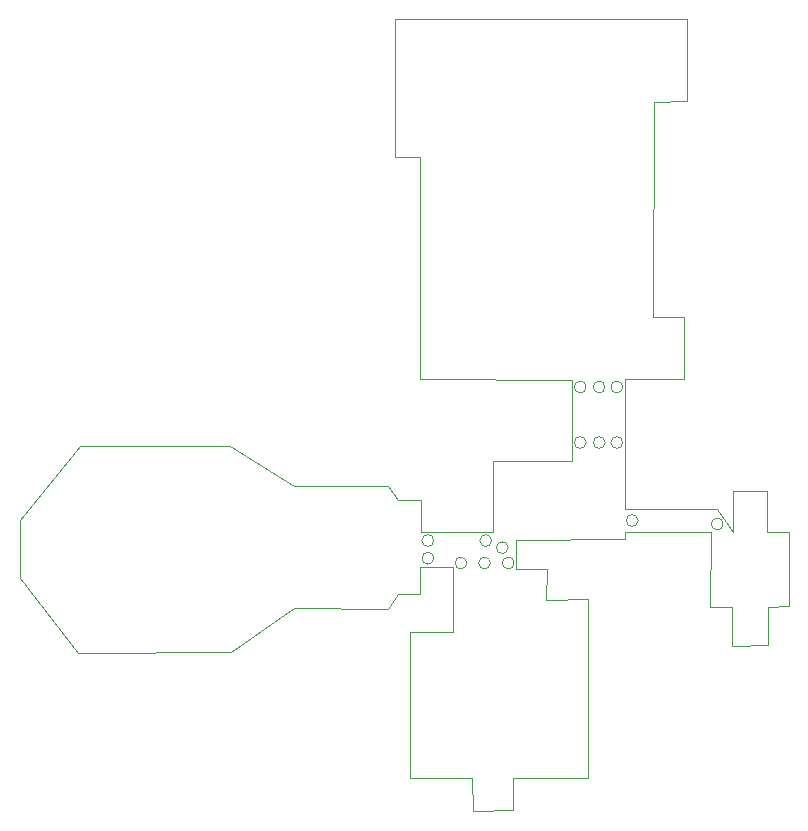
<source format=gbr>
%TF.GenerationSoftware,KiCad,Pcbnew,9.0.0*%
%TF.CreationDate,2025-03-27T23:54:47+01:00*%
%TF.ProjectId,flexpcb,666c6578-7063-4622-9e6b-696361645f70,rev?*%
%TF.SameCoordinates,Original*%
%TF.FileFunction,Profile,NP*%
%FSLAX46Y46*%
G04 Gerber Fmt 4.6, Leading zero omitted, Abs format (unit mm)*
G04 Created by KiCad (PCBNEW 9.0.0) date 2025-03-27 23:54:47*
%MOMM*%
%LPD*%
G01*
G04 APERTURE LIST*
%TA.AperFunction,Profile*%
%ADD10C,0.050000*%
%TD*%
G04 APERTURE END LIST*
D10*
X143900000Y-110600000D02*
G75*
G02*
X142900000Y-110600000I-500000J0D01*
G01*
X142900000Y-110600000D02*
G75*
G02*
X143900000Y-110600000I500000J0D01*
G01*
X131400000Y-114200000D02*
G75*
G02*
X130400000Y-114200000I-500000J0D01*
G01*
X130400000Y-114200000D02*
G75*
G02*
X131400000Y-114200000I500000J0D01*
G01*
X132900000Y-112900000D02*
G75*
G02*
X131900000Y-112900000I-500000J0D01*
G01*
X131900000Y-112900000D02*
G75*
G02*
X132900000Y-112900000I500000J0D01*
G01*
X131500000Y-112300000D02*
G75*
G02*
X130500000Y-112300000I-500000J0D01*
G01*
X130500000Y-112300000D02*
G75*
G02*
X131500000Y-112300000I500000J0D01*
G01*
X126600000Y-112300000D02*
G75*
G02*
X125600000Y-112300000I-500000J0D01*
G01*
X125600000Y-112300000D02*
G75*
G02*
X126600000Y-112300000I500000J0D01*
G01*
X126600000Y-113800000D02*
G75*
G02*
X125600000Y-113800000I-500000J0D01*
G01*
X125600000Y-113800000D02*
G75*
G02*
X126600000Y-113800000I500000J0D01*
G01*
X129400000Y-114200000D02*
G75*
G02*
X128400000Y-114200000I-500000J0D01*
G01*
X128400000Y-114200000D02*
G75*
G02*
X129400000Y-114200000I500000J0D01*
G01*
X133400000Y-114200000D02*
G75*
G02*
X132400000Y-114200000I-500000J0D01*
G01*
X132400000Y-114200000D02*
G75*
G02*
X133400000Y-114200000I500000J0D01*
G01*
X151100000Y-110900000D02*
G75*
G02*
X150100000Y-110900000I-500000J0D01*
G01*
X150100000Y-110900000D02*
G75*
G02*
X151100000Y-110900000I500000J0D01*
G01*
X139500000Y-104000000D02*
G75*
G02*
X138500000Y-104000000I-500000J0D01*
G01*
X138500000Y-104000000D02*
G75*
G02*
X139500000Y-104000000I500000J0D01*
G01*
X141100000Y-104000000D02*
G75*
G02*
X140100000Y-104000000I-500000J0D01*
G01*
X140100000Y-104000000D02*
G75*
G02*
X141100000Y-104000000I500000J0D01*
G01*
X142600000Y-104000000D02*
G75*
G02*
X141600000Y-104000000I-500000J0D01*
G01*
X141600000Y-104000000D02*
G75*
G02*
X142600000Y-104000000I500000J0D01*
G01*
X141100000Y-99300000D02*
G75*
G02*
X140100000Y-99300000I-500000J0D01*
G01*
X140100000Y-99300000D02*
G75*
G02*
X141100000Y-99300000I500000J0D01*
G01*
X142600000Y-99300000D02*
G75*
G02*
X141600000Y-99300000I-500000J0D01*
G01*
X141600000Y-99300000D02*
G75*
G02*
X142600000Y-99300000I500000J0D01*
G01*
X139500000Y-99300000D02*
G75*
G02*
X138500000Y-99300000I-500000J0D01*
G01*
X138500000Y-99300000D02*
G75*
G02*
X139500000Y-99300000I500000J0D01*
G01*
X148060000Y-75100000D02*
X145240000Y-75130000D01*
X145200000Y-93380000D01*
X147800000Y-93410000D01*
X147760000Y-98630000D01*
X142800000Y-98650000D01*
X142800000Y-109600000D01*
X150600000Y-109600000D01*
X151930000Y-111560000D01*
X151960000Y-108130000D01*
X154820000Y-108130000D01*
X154800000Y-111560000D01*
X156650000Y-111550000D01*
X156680000Y-117870000D01*
X154900000Y-117890000D01*
X154870000Y-121180000D01*
X151890000Y-121230000D01*
X151860000Y-117920000D01*
X150010000Y-117910000D01*
X150070000Y-111570000D01*
X142780000Y-111579359D01*
X142780000Y-112208850D01*
X133580000Y-112230000D01*
X133580000Y-114720000D01*
X136150000Y-114720000D01*
X136140000Y-117310000D01*
X139670000Y-117290000D01*
X139630000Y-132420000D01*
X133300000Y-132420000D01*
X133270000Y-135150000D01*
X129890000Y-135190000D01*
X129860000Y-132440000D01*
X124620000Y-132420000D01*
X124600000Y-120020000D01*
X128190000Y-120050000D01*
X128190000Y-114520000D01*
X125400000Y-114500000D01*
X125400000Y-116800000D01*
X123536765Y-116800000D01*
X122740000Y-118060000D01*
X114750000Y-118030000D01*
X109440000Y-121730000D01*
X96470000Y-121810000D01*
X91540000Y-115440000D01*
X91530000Y-110600000D01*
X96640000Y-104300000D01*
X109390000Y-104270000D01*
X114800000Y-107670000D01*
X122710000Y-107710000D01*
X123531008Y-108900000D01*
X125500000Y-108900000D01*
X125500000Y-111570000D01*
X131630000Y-111570000D01*
X131630000Y-105550630D01*
X138310000Y-105583591D01*
X138310000Y-98680000D01*
X125410000Y-98650000D01*
X125400000Y-79830000D01*
X123320000Y-79810000D01*
X123340000Y-68180000D01*
X148040000Y-68180000D01*
X148060000Y-75100000D01*
M02*

</source>
